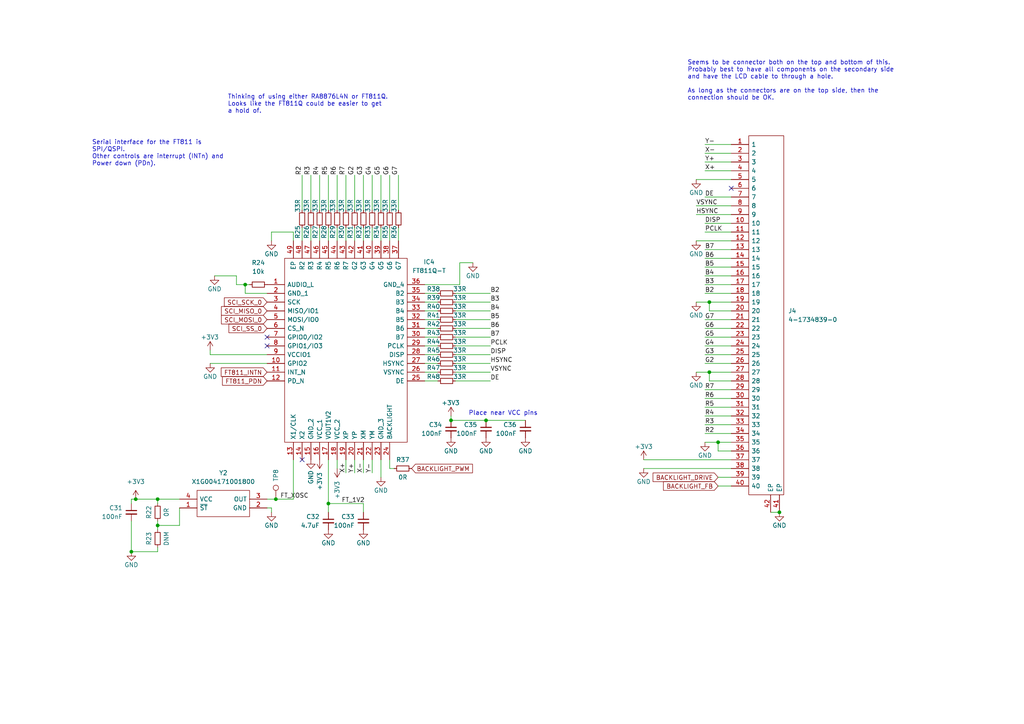
<source format=kicad_sch>
(kicad_sch (version 20211123) (generator eeschema)
  (paper "A4")
  (lib_symbols
    (symbol "Connector:TestPoint" (pin_numbers hide) (pin_names (offset 0.762) hide)
      (property "Reference" "TP" (at 0 6.858 0))
      (property "Value" "TestPoint" (at 0 5.08 0))
      (symbol "TestPoint_0_1"
        (circle (center 0 3.302) (radius 0.762))
      )
      (symbol "TestPoint_1_1"
        (pin passive line (at 0 0 90) (length 2.54) (name "1") (number "1"))
      )
    )
    (symbol "Device:C_Small" (pin_numbers hide) (pin_names (offset 0.254) hide)
      (property "Reference" "C" (at 0.254 1.778 0))
      (property "Value" "C_Small" (at 0.254 -2.032 0))
      (symbol "C_Small_0_1"
        (polyline (pts (xy -1.524 -0.508) (xy 1.524 -0.508)) (stroke (width 0.3302)))
        (polyline (pts (xy -1.524 0.508) (xy 1.524 0.508)) (stroke (width 0.3048)))
      )
      (symbol "C_Small_1_1"
        (pin passive line (at 0 2.54 270) (length 2.032) (name "~") (number "1"))
        (pin passive line (at 0 -2.54 90) (length 2.032) (name "~") (number "2"))
      )
    )
    (symbol "Device:R_Small" (pin_numbers hide) (pin_names (offset 0.254) hide)
      (property "Reference" "R" (at 0.762 0.508 0))
      (property "Value" "R_Small" (at 0.762 -1.016 0))
      (symbol "R_Small_0_1"
        (rectangle (start -0.762 1.778) (end 0.762 -1.778) (stroke (width 0.2032)))
      )
      (symbol "R_Small_1_1"
        (pin passive line (at 0 2.54 270) (length 0.762) (name "~") (number "1"))
        (pin passive line (at 0 -2.54 90) (length 0.762) (name "~") (number "2"))
      )
    )
    (symbol "SamacSys_Parts:4-1734839-0" (pin_names (offset 0.762))
      (property "Reference" "J3" (at -16.51 -48.2599 0))
      (property "Value" "4-1734839-0" (at -16.51 -50.7999 0))
      (symbol "4-1734839-0_0_0"
        (pin passive line (at 0 0 180) (length 5.08) (name "1") (number "1"))
        (pin passive line (at 0 -22.86 180) (length 5.08) (name "10") (number "10"))
        (pin passive line (at 0 -25.4 180) (length 5.08) (name "11") (number "11"))
        (pin passive line (at 0 -27.94 180) (length 5.08) (name "12") (number "12"))
        (pin passive line (at 0 -30.48 180) (length 5.08) (name "13") (number "13"))
        (pin passive line (at 0 -33.02 180) (length 5.08) (name "14") (number "14"))
        (pin passive line (at 0 -35.56 180) (length 5.08) (name "15") (number "15"))
        (pin passive line (at 0 -38.1 180) (length 5.08) (name "16") (number "16"))
        (pin passive line (at 0 -40.64 180) (length 5.08) (name "17") (number "17"))
        (pin passive line (at 0 -43.18 180) (length 5.08) (name "18") (number "18"))
        (pin passive line (at 0 -45.72 180) (length 5.08) (name "19") (number "19"))
        (pin passive line (at 0 -2.54 180) (length 5.08) (name "2") (number "2"))
        (pin passive line (at 0 -48.26 180) (length 5.08) (name "20") (number "20"))
        (pin passive line (at 0 -50.8 180) (length 5.08) (name "21") (number "21"))
        (pin passive line (at 0 -53.34 180) (length 5.08) (name "22") (number "22"))
        (pin passive line (at 0 -55.88 180) (length 5.08) (name "23") (number "23"))
        (pin passive line (at 0 -58.42 180) (length 5.08) (name "24") (number "24"))
        (pin passive line (at 0 -60.96 180) (length 5.08) (name "25") (number "25"))
        (pin passive line (at 0 -63.5 180) (length 5.08) (name "26") (number "26"))
        (pin passive line (at 0 -66.04 180) (length 5.08) (name "27") (number "27"))
        (pin passive line (at 0 -68.58 180) (length 5.08) (name "28") (number "28"))
        (pin passive line (at 0 -71.12 180) (length 5.08) (name "29") (number "29"))
        (pin passive line (at 0 -5.08 180) (length 5.08) (name "3") (number "3"))
        (pin passive line (at 0 -73.66 180) (length 5.08) (name "30") (number "30"))
        (pin passive line (at 0 -76.2 180) (length 5.08) (name "31") (number "31"))
        (pin passive line (at 0 -78.74 180) (length 5.08) (name "32") (number "32"))
        (pin passive line (at 0 -81.28 180) (length 5.08) (name "33") (number "33"))
        (pin passive line (at 0 -83.82 180) (length 5.08) (name "34") (number "34"))
        (pin passive line (at 0 -86.36 180) (length 5.08) (name "35") (number "35"))
        (pin passive line (at 0 -88.9 180) (length 5.08) (name "36") (number "36"))
        (pin passive line (at 0 -91.44 180) (length 5.08) (name "37") (number "37"))
        (pin passive line (at 0 -93.98 180) (length 5.08) (name "38") (number "38"))
        (pin passive line (at 0 -96.52 180) (length 5.08) (name "39") (number "39"))
        (pin passive line (at 0 -7.62 180) (length 5.08) (name "4") (number "4"))
        (pin passive line (at 0 -99.06 180) (length 5.08) (name "40") (number "40"))
        (pin passive line (at -13.97 -106.68 90) (length 5.08) (name "EP") (number "41"))
        (pin passive line (at -11.43 -106.68 90) (length 5.08) (name "EP") (number "42"))
        (pin passive line (at 0 -10.16 180) (length 5.08) (name "5") (number "5"))
        (pin passive line (at 0 -12.7 180) (length 5.08) (name "6") (number "6"))
        (pin passive line (at 0 -15.24 180) (length 5.08) (name "7") (number "7"))
        (pin passive line (at 0 -17.78 180) (length 5.08) (name "8") (number "8"))
        (pin passive line (at 0 -20.32 180) (length 5.08) (name "9") (number "9"))
      )
      (symbol "4-1734839-0_0_1"
        (polyline (pts (xy -15.24 2.54) (xy -5.08 2.54) (xy -5.08 -101.6) (xy -15.24 -101.6) (xy -15.24 2.54)) (stroke (width 0.1524)))
      )
    )
    (symbol "SamacSys_Parts:FT810Q-T" (pin_names (offset 0.762))
      (property "Reference" "IC" (at 41.91 12.7 0))
      (property "Value" "FT810Q-T" (at 41.91 10.16 0))
      (symbol "FT810Q-T_0_0"
        (pin passive line (at 0 0 0) (length 5.08) (name "AUDIO_L") (number "1"))
        (pin passive line (at 0 -22.86 0) (length 5.08) (name "GPIO2") (number "10"))
        (pin passive line (at 0 -25.4 0) (length 5.08) (name "INT_N") (number "11"))
        (pin passive line (at 0 -27.94 0) (length 5.08) (name "PD_N") (number "12"))
        (pin passive line (at 7.62 -50.8 90) (length 5.08) (name "X1/CLK") (number "13"))
        (pin passive line (at 10.16 -50.8 90) (length 5.08) (name "X2") (number "14"))
        (pin passive line (at 12.7 -50.8 90) (length 5.08) (name "GND_2") (number "15"))
        (pin passive line (at 15.24 -50.8 90) (length 5.08) (name "VCC_1") (number "16"))
        (pin passive line (at 17.78 -50.8 90) (length 5.08) (name "VOUT1V2") (number "17"))
        (pin passive line (at 20.32 -50.8 90) (length 5.08) (name "VCC_2") (number "18"))
        (pin passive line (at 22.86 -50.8 90) (length 5.08) (name "XP") (number "19"))
        (pin passive line (at 0 -2.54 0) (length 5.08) (name "GND_1") (number "2"))
        (pin passive line (at 25.4 -50.8 90) (length 5.08) (name "YP") (number "20"))
        (pin passive line (at 27.94 -50.8 90) (length 5.08) (name "XM") (number "21"))
        (pin passive line (at 30.48 -50.8 90) (length 5.08) (name "YM") (number "22"))
        (pin passive line (at 33.02 -50.8 90) (length 5.08) (name "GND_3") (number "23"))
        (pin passive line (at 35.56 -50.8 90) (length 5.08) (name "BACKLIGHT") (number "24"))
        (pin passive line (at 45.72 -27.94 180) (length 5.08) (name "DE") (number "25"))
        (pin passive line (at 45.72 -25.4 180) (length 5.08) (name "VSYNC") (number "26"))
        (pin passive line (at 45.72 -22.86 180) (length 5.08) (name "HSYNC") (number "27"))
        (pin passive line (at 45.72 -20.32 180) (length 5.08) (name "DISP") (number "28"))
        (pin passive line (at 45.72 -17.78 180) (length 5.08) (name "PCLK") (number "29"))
        (pin passive line (at 0 -5.08 0) (length 5.08) (name "SCK") (number "3"))
        (pin passive line (at 45.72 -15.24 180) (length 5.08) (name "B7") (number "30"))
        (pin passive line (at 45.72 -12.7 180) (length 5.08) (name "B6") (number "31"))
        (pin passive line (at 45.72 -10.16 180) (length 5.08) (name "B5") (number "32"))
        (pin passive line (at 45.72 -7.62 180) (length 5.08) (name "B4") (number "33"))
        (pin passive line (at 45.72 -5.08 180) (length 5.08) (name "B3") (number "34"))
        (pin passive line (at 45.72 -2.54 180) (length 5.08) (name "B2") (number "35"))
        (pin passive line (at 45.72 0 180) (length 5.08) (name "GND_4") (number "36"))
        (pin passive line (at 38.1 12.7 270) (length 5.08) (name "G7") (number "37"))
        (pin passive line (at 35.56 12.7 270) (length 5.08) (name "G6") (number "38"))
        (pin passive line (at 33.02 12.7 270) (length 5.08) (name "G5") (number "39"))
        (pin passive line (at 0 -7.62 0) (length 5.08) (name "MISO/IO1") (number "4"))
        (pin passive line (at 30.48 12.7 270) (length 5.08) (name "G4") (number "40"))
        (pin passive line (at 27.94 12.7 270) (length 5.08) (name "G3") (number "41"))
        (pin passive line (at 25.4 12.7 270) (length 5.08) (name "G2") (number "42"))
        (pin passive line (at 22.86 12.7 270) (length 5.08) (name "R7") (number "43"))
        (pin passive line (at 20.32 12.7 270) (length 5.08) (name "R6") (number "44"))
        (pin passive line (at 17.78 12.7 270) (length 5.08) (name "R5") (number "45"))
        (pin passive line (at 15.24 12.7 270) (length 5.08) (name "R4") (number "46"))
        (pin passive line (at 12.7 12.7 270) (length 5.08) (name "R3") (number "47"))
        (pin passive line (at 10.16 12.7 270) (length 5.08) (name "R2") (number "48"))
        (pin passive line (at 7.62 12.7 270) (length 5.08) (name "EP") (number "49"))
        (pin passive line (at 0 -10.16 0) (length 5.08) (name "MOSI/IO0") (number "5"))
        (pin passive line (at 0 -12.7 0) (length 5.08) (name "CS_N") (number "6"))
        (pin passive line (at 0 -15.24 0) (length 5.08) (name "GPIO0/IO2") (number "7"))
        (pin passive line (at 0 -17.78 0) (length 5.08) (name "GPIO1/IO3") (number "8"))
        (pin passive line (at 0 -20.32 0) (length 5.08) (name "VCCIO1") (number "9"))
      )
      (symbol "FT810Q-T_0_1"
        (polyline (pts (xy 5.08 7.62) (xy 40.64 7.62) (xy 40.64 -45.72) (xy 5.08 -45.72) (xy 5.08 7.62)) (stroke (width 0.1524)))
      )
    )
    (symbol "SamacSys_Parts:X1G004171001800" (pin_names (offset 0.762))
      (property "Reference" "Y" (at 21.59 7.62 0))
      (property "Value" "X1G004171001800" (at 21.59 5.08 0))
      (symbol "X1G004171001800_0_0"
        (pin passive line (at 0 -2.54 0) (length 5.08) (name "~{ST}") (number "1"))
        (pin passive line (at 25.4 -2.54 180) (length 5.08) (name "GND") (number "2"))
        (pin passive line (at 25.4 0 180) (length 5.08) (name "OUT") (number "3"))
        (pin passive line (at 0 0 0) (length 5.08) (name "VCC") (number "4"))
      )
      (symbol "X1G004171001800_0_1"
        (polyline (pts (xy 5.08 2.54) (xy 20.32 2.54) (xy 20.32 -5.08) (xy 5.08 -5.08) (xy 5.08 2.54)) (stroke (width 0.1524)))
      )
    )
    (symbol "power:+3V3" (power) (pin_names (offset 0))
      (property "Value" "+3V3" (at 0 3.556 0))
      (symbol "+3V3_0_1"
        (polyline (pts (xy -0.762 1.27) (xy 0 2.54)))
        (polyline (pts (xy 0 0) (xy 0 2.54)))
        (polyline (pts (xy 0 2.54) (xy 0.762 1.27)))
      )
      (symbol "+3V3_1_1"
        (pin power_in line (at 0 0 90) (length 0) hide (name "+3V3") (number "1"))
      )
    )
    (symbol "power:GND" (power) (pin_names (offset 0))
      (property "Value" "GND" (at 0 -3.81 0))
      (symbol "GND_0_1"
        (polyline (pts (xy 0 0) (xy 0 -1.27) (xy 1.27 -1.27) (xy 0 -2.54) (xy -1.27 -1.27) (xy 0 -1.27)))
      )
      (symbol "GND_1_1"
        (pin power_in line (at 0 0 270) (length 0) hide (name "GND") (number "1"))
      )
    )
  )
  (junction (at 71.12 82.55))
  (junction (at 205.74 107.95))
  (junction (at 226.06 148.59))
  (junction (at 208.28 128.27))
  (junction (at 80.01 144.78))
  (junction (at 205.74 87.63))
  (junction (at 38.1 160.02))
  (junction (at 39.37 144.78))
  (junction (at 45.72 152.4))
  (junction (at 140.97 121.92))
  (junction (at 45.72 144.78))
  (junction (at 95.25 146.05))
  (junction (at 130.81 121.92))
  (no_connect (at 77.47 97.79))
  (no_connect (at 77.47 100.33))
  (no_connect (at 212.09 54.61))
  (no_connect (at 87.63 133.35))
  (wire (pts (xy 204.47 120.65) (xy 212.09 120.65)))
  (wire (pts (xy 114.3 135.89) (xy 113.03 135.89)))
  (wire (pts (xy 132.08 105.41) (xy 142.24 105.41)))
  (wire (pts (xy 204.47 95.25) (xy 212.09 95.25)))
  (wire (pts (xy 45.72 144.78) (xy 39.37 144.78)))
  (wire (pts (xy 102.87 60.96) (xy 102.87 50.8)))
  (wire (pts (xy 130.81 121.92) (xy 140.97 121.92)))
  (wire (pts (xy 204.47 85.09) (xy 212.09 85.09)))
  (wire (pts (xy 130.81 120.65) (xy 130.81 121.92)))
  (wire (pts (xy 132.08 110.49) (xy 142.24 110.49)))
  (wire (pts (xy 110.49 60.96) (xy 110.49 50.8)))
  (wire (pts (xy 113.03 60.96) (xy 113.03 50.8)))
  (wire (pts (xy 39.37 144.78) (xy 38.1 144.78)))
  (wire (pts (xy 132.08 90.17) (xy 142.24 90.17)))
  (wire (pts (xy 133.35 82.55) (xy 123.19 82.55)))
  (wire (pts (xy 123.19 102.87) (xy 127 102.87)))
  (wire (pts (xy 102.87 133.35) (xy 102.87 137.16)))
  (wire (pts (xy 201.93 62.23) (xy 212.09 62.23)))
  (wire (pts (xy 105.41 146.05) (xy 95.25 146.05)))
  (wire (pts (xy 97.79 60.96) (xy 97.79 50.8)))
  (wire (pts (xy 204.47 97.79) (xy 212.09 97.79)))
  (wire (pts (xy 95.25 60.96) (xy 95.25 50.8)))
  (wire (pts (xy 208.28 140.97) (xy 212.09 140.97)))
  (wire (pts (xy 123.19 92.71) (xy 127 92.71)))
  (wire (pts (xy 45.72 152.4) (xy 45.72 153.67)))
  (wire (pts (xy 208.28 130.81) (xy 208.28 128.27)))
  (wire (pts (xy 204.47 72.39) (xy 212.09 72.39)))
  (wire (pts (xy 133.35 76.2) (xy 133.35 82.55)))
  (wire (pts (xy 205.74 107.95) (xy 212.09 107.95)))
  (wire (pts (xy 204.47 123.19) (xy 212.09 123.19)))
  (wire (pts (xy 132.08 87.63) (xy 142.24 87.63)))
  (wire (pts (xy 60.96 105.41) (xy 77.47 105.41)))
  (wire (pts (xy 205.74 87.63) (xy 212.09 87.63)))
  (wire (pts (xy 105.41 148.59) (xy 105.41 146.05)))
  (wire (pts (xy 123.19 105.41) (xy 127 105.41)))
  (wire (pts (xy 45.72 151.13) (xy 45.72 152.4)))
  (wire (pts (xy 100.33 133.35) (xy 100.33 137.16)))
  (wire (pts (xy 186.69 135.89) (xy 212.09 135.89)))
  (wire (pts (xy 38.1 144.78) (xy 38.1 146.05)))
  (wire (pts (xy 60.96 102.87) (xy 60.96 101.6)))
  (wire (pts (xy 212.09 110.49) (xy 205.74 110.49)))
  (wire (pts (xy 132.08 100.33) (xy 142.24 100.33)))
  (wire (pts (xy 223.52 148.59) (xy 226.06 148.59)))
  (wire (pts (xy 123.19 87.63) (xy 127 87.63)))
  (wire (pts (xy 115.57 60.96) (xy 115.57 50.8)))
  (wire (pts (xy 90.17 69.85) (xy 90.17 66.04)))
  (wire (pts (xy 85.09 144.78) (xy 85.09 133.35)))
  (wire (pts (xy 105.41 69.85) (xy 105.41 66.04)))
  (wire (pts (xy 78.74 67.31) (xy 85.09 67.31)))
  (wire (pts (xy 132.08 102.87) (xy 142.24 102.87)))
  (wire (pts (xy 204.47 125.73) (xy 212.09 125.73)))
  (wire (pts (xy 115.57 69.85) (xy 115.57 66.04)))
  (wire (pts (xy 105.41 60.96) (xy 105.41 50.8)))
  (wire (pts (xy 204.47 64.77) (xy 212.09 64.77)))
  (wire (pts (xy 137.16 76.2) (xy 133.35 76.2)))
  (wire (pts (xy 77.47 144.78) (xy 80.01 144.78)))
  (wire (pts (xy 107.95 133.35) (xy 107.95 137.16)))
  (wire (pts (xy 92.71 69.85) (xy 92.71 66.04)))
  (wire (pts (xy 201.93 87.63) (xy 205.74 87.63)))
  (wire (pts (xy 95.25 133.35) (xy 95.25 146.05)))
  (wire (pts (xy 71.12 82.55) (xy 72.39 82.55)))
  (wire (pts (xy 204.47 82.55) (xy 212.09 82.55)))
  (wire (pts (xy 68.58 80.01) (xy 68.58 82.55)))
  (wire (pts (xy 100.33 69.85) (xy 100.33 66.04)))
  (wire (pts (xy 113.03 69.85) (xy 113.03 66.04)))
  (wire (pts (xy 204.47 57.15) (xy 212.09 57.15)))
  (wire (pts (xy 140.97 121.92) (xy 152.4 121.92)))
  (wire (pts (xy 132.08 95.25) (xy 142.24 95.25)))
  (wire (pts (xy 201.93 107.95) (xy 205.74 107.95)))
  (wire (pts (xy 38.1 151.13) (xy 38.1 160.02)))
  (wire (pts (xy 204.47 105.41) (xy 212.09 105.41)))
  (wire (pts (xy 132.08 97.79) (xy 142.24 97.79)))
  (wire (pts (xy 110.49 69.85) (xy 110.49 66.04)))
  (wire (pts (xy 123.19 97.79) (xy 127 97.79)))
  (wire (pts (xy 123.19 110.49) (xy 127 110.49)))
  (wire (pts (xy 71.12 82.55) (xy 71.12 85.09)))
  (wire (pts (xy 78.74 148.59) (xy 78.74 147.32)))
  (wire (pts (xy 97.79 133.35) (xy 97.79 135.89)))
  (wire (pts (xy 204.47 115.57) (xy 212.09 115.57)))
  (wire (pts (xy 204.47 113.03) (xy 212.09 113.03)))
  (wire (pts (xy 95.25 146.05) (xy 95.25 148.59)))
  (wire (pts (xy 85.09 67.31) (xy 85.09 69.85)))
  (wire (pts (xy 204.47 74.93) (xy 212.09 74.93)))
  (wire (pts (xy 123.19 85.09) (xy 127 85.09)))
  (wire (pts (xy 38.1 160.02) (xy 45.72 160.02)))
  (wire (pts (xy 204.47 100.33) (xy 212.09 100.33)))
  (wire (pts (xy 201.93 59.69) (xy 212.09 59.69)))
  (wire (pts (xy 205.74 90.17) (xy 205.74 87.63)))
  (wire (pts (xy 205.74 110.49) (xy 205.74 107.95)))
  (wire (pts (xy 80.01 144.78) (xy 85.09 144.78)))
  (wire (pts (xy 201.93 52.07) (xy 212.09 52.07)))
  (wire (pts (xy 90.17 60.96) (xy 90.17 50.8)))
  (wire (pts (xy 110.49 133.35) (xy 110.49 138.43)))
  (wire (pts (xy 71.12 85.09) (xy 77.47 85.09)))
  (wire (pts (xy 107.95 60.96) (xy 107.95 50.8)))
  (wire (pts (xy 123.19 90.17) (xy 127 90.17)))
  (wire (pts (xy 113.03 135.89) (xy 113.03 133.35)))
  (wire (pts (xy 208.28 138.43) (xy 212.09 138.43)))
  (wire (pts (xy 77.47 102.87) (xy 60.96 102.87)))
  (wire (pts (xy 208.28 128.27) (xy 212.09 128.27)))
  (wire (pts (xy 97.79 69.85) (xy 97.79 66.04)))
  (wire (pts (xy 107.95 69.85) (xy 107.95 66.04)))
  (wire (pts (xy 132.08 92.71) (xy 142.24 92.71)))
  (wire (pts (xy 186.69 133.35) (xy 212.09 133.35)))
  (wire (pts (xy 92.71 60.96) (xy 92.71 50.8)))
  (wire (pts (xy 105.41 133.35) (xy 105.41 137.16)))
  (wire (pts (xy 212.09 130.81) (xy 208.28 130.81)))
  (wire (pts (xy 62.23 80.01) (xy 68.58 80.01)))
  (wire (pts (xy 204.47 46.99) (xy 212.09 46.99)))
  (wire (pts (xy 204.47 41.91) (xy 212.09 41.91)))
  (wire (pts (xy 204.47 67.31) (xy 212.09 67.31)))
  (wire (pts (xy 204.47 49.53) (xy 212.09 49.53)))
  (wire (pts (xy 212.09 90.17) (xy 205.74 90.17)))
  (wire (pts (xy 201.93 69.85) (xy 212.09 69.85)))
  (wire (pts (xy 204.47 118.11) (xy 212.09 118.11)))
  (wire (pts (xy 204.47 77.47) (xy 212.09 77.47)))
  (wire (pts (xy 204.47 128.27) (xy 208.28 128.27)))
  (wire (pts (xy 45.72 146.05) (xy 45.72 144.78)))
  (wire (pts (xy 204.47 102.87) (xy 212.09 102.87)))
  (wire (pts (xy 123.19 100.33) (xy 127 100.33)))
  (wire (pts (xy 204.47 80.01) (xy 212.09 80.01)))
  (wire (pts (xy 95.25 69.85) (xy 95.25 66.04)))
  (wire (pts (xy 132.08 85.09) (xy 142.24 85.09)))
  (wire (pts (xy 45.72 160.02) (xy 45.72 158.75)))
  (wire (pts (xy 123.19 107.95) (xy 127 107.95)))
  (wire (pts (xy 45.72 152.4) (xy 52.07 152.4)))
  (wire (pts (xy 78.74 69.85) (xy 78.74 67.31)))
  (wire (pts (xy 123.19 95.25) (xy 127 95.25)))
  (wire (pts (xy 102.87 69.85) (xy 102.87 66.04)))
  (wire (pts (xy 52.07 152.4) (xy 52.07 147.32)))
  (wire (pts (xy 204.47 92.71) (xy 212.09 92.71)))
  (wire (pts (xy 87.63 60.96) (xy 87.63 50.8)))
  (wire (pts (xy 45.72 144.78) (xy 52.07 144.78)))
  (wire (pts (xy 132.08 107.95) (xy 142.24 107.95)))
  (wire (pts (xy 78.74 147.32) (xy 77.47 147.32)))
  (wire (pts (xy 100.33 60.96) (xy 100.33 50.8)))
  (wire (pts (xy 87.63 69.85) (xy 87.63 66.04)))
  (wire (pts (xy 204.47 44.45) (xy 212.09 44.45)))
  (wire (pts (xy 68.58 82.55) (xy 71.12 82.55)))
  (text "Thinking of using either RA8876L4N or FT811Q. \nLooks like the FT811Q could be easier to get \na hold of. " (at 66.04 33.02 0) (effects (font (size 1.27 1.27)) (justify left bottom)))
  (text "Place near VCC pins" (at 135.89 120.65 0) (effects (font (size 1.27 1.27)) (justify left bottom)))
  (text "Serial interface for the FT811 is\nSPI/QSPI. \nOther controls are interrupt (INTn) and \nPower down (PDn). " (at 26.67 48.26 0) (effects (font (size 1.27 1.27)) (justify left bottom)))
  (text "Seems to be connector both on the top and bottom of this. \nProbably best to have all components on the secondary side\nand have the LCD cable to through a hole. \n\nAs long as the connectors are on the top side, then the\nconnection should be OK. " (at 199.39 29.21 0) (effects (font (size 1.27 1.27)) (justify left bottom)))
  (label "G5" (at 204.47 97.79 0))
  (label "PCLK" (at 204.47 67.31 0))
  (label "R3" (at 204.47 123.19 0))
  (label "B7" (at 204.47 72.39 0))
  (label "B6" (at 142.24 95.25 0))
  (label "X-" (at 105.41 137.16 90))
  (label "R4" (at 204.47 120.65 0))
  (label "B6" (at 204.47 74.93 0))
  (label "G4" (at 204.47 100.33 0))
  (label "FT_XOSC" (at 81.28 144.78 0))
  (label "G2" (at 102.87 50.8 90))
  (label "B2" (at 204.47 85.09 0))
  (label "G3" (at 204.47 102.87 0))
  (label "G5" (at 110.49 50.8 90))
  (label "Y-" (at 204.47 41.91 0))
  (label "B5" (at 142.24 92.71 0))
  (label "Y+" (at 102.87 137.16 90))
  (label "B2" (at 142.24 85.09 0))
  (label "B3" (at 142.24 87.63 0))
  (label "PCLK" (at 142.24 100.33 0))
  (label "B5" (at 204.47 77.47 0))
  (label "R5" (at 95.25 50.8 90))
  (label "R3" (at 90.17 50.8 90))
  (label "HSYNC" (at 142.24 105.41 0))
  (label "G4" (at 107.95 50.8 90))
  (label "Y+" (at 204.47 46.99 0))
  (label "G6" (at 113.03 50.8 90))
  (label "DE" (at 204.47 57.15 0))
  (label "R6" (at 204.47 115.57 0))
  (label "G7" (at 204.47 92.71 0))
  (label "G3" (at 105.41 50.8 90))
  (label "VSYNC" (at 142.24 107.95 0))
  (label "B7" (at 142.24 97.79 0))
  (label "DISP" (at 142.24 102.87 0))
  (label "B4" (at 204.47 80.01 0))
  (label "G2" (at 204.47 105.41 0))
  (label "R7" (at 204.47 113.03 0))
  (label "Y-" (at 107.95 137.16 90))
  (label "R4" (at 92.71 50.8 90))
  (label "HSYNC" (at 201.93 62.23 0))
  (label "B3" (at 204.47 82.55 0))
  (label "X-" (at 204.47 44.45 0))
  (label "FT_1V2" (at 99.06 146.05 0))
  (label "DISP" (at 204.47 64.77 0))
  (label "X+" (at 100.33 137.16 90))
  (label "VSYNC" (at 201.93 59.69 0))
  (label "R6" (at 97.79 50.8 90))
  (label "R7" (at 100.33 50.8 90))
  (label "DE" (at 142.24 110.49 0))
  (label "R2" (at 204.47 125.73 0))
  (label "B4" (at 142.24 90.17 0))
  (label "R2" (at 87.63 50.8 90))
  (label "X+" (at 204.47 49.53 0))
  (label "G7" (at 115.57 50.8 90))
  (label "R5" (at 204.47 118.11 0))
  (label "G6" (at 204.47 95.25 0))
  (global_label "FT811_INTN" (shape input) (at 77.47 107.95 180) (property "Intersheet References" "${INTERSHEET_REFS}" (effects hide)))
  (global_label "FT811_PDN" (shape input) (at 77.47 110.49 180) (property "Intersheet References" "${INTERSHEET_REFS}" (effects hide)))
  (global_label "SCI_SCK_0" (shape input) (at 77.47 87.63 180) (property "Intersheet References" "${INTERSHEET_REFS}" (effects hide)))
  (global_label "BACKLIGHT_DRIVE" (shape input) (at 208.28 138.43 180) (property "Intersheet References" "${INTERSHEET_REFS}" (effects hide)))
  (global_label "SCI_SS_0" (shape input) (at 77.47 95.25 180) (property "Intersheet References" "${INTERSHEET_REFS}" (effects hide)))
  (global_label "BACKLIGHT_PWM" (shape input) (at 119.38 135.89 0) (property "Intersheet References" "${INTERSHEET_REFS}" (effects hide)))
  (global_label "SCI_MOSI_0" (shape input) (at 77.47 92.71 180) (property "Intersheet References" "${INTERSHEET_REFS}" (effects hide)))
  (global_label "SCI_MISO_0" (shape input) (at 77.47 90.17 180) (property "Intersheet References" "${INTERSHEET_REFS}" (effects hide)))
  (global_label "BACKLIGHT_FB" (shape input) (at 208.28 140.97 180) (property "Intersheet References" "${INTERSHEET_REFS}" (effects hide)))
  (symbol (lib_id "Device:R_Small") (at 116.84 135.89 90) (mirror x) (unit 1)
    (property "Reference" "R37" (at 116.84 133.35 90))
    (property "Value" "0R" (at 116.84 138.43 90))
    (property "Footprint" "Resistor_SMD:R_0402_1005Metric" (effects hide))
    (property "LCSC" "C279984" (effects hide))
  )
  (symbol (lib_id "Device:R_Small") (at 95.25 63.5 0) (mirror y) (unit 1)
    (property "Reference" "R28" (at 93.98 67.31 90))
    (property "Value" "33R" (at 93.98 59.69 90))
    (property "Footprint" "Resistor_SMD:R_0402_1005Metric" (effects hide))
    (property "LCSC" "C25105" (effects hide))
  )
  (symbol (lib_id "Device:R_Small") (at 129.54 90.17 270) (mirror x) (unit 1)
    (property "Reference" "R40" (at 125.73 88.9 90))
    (property "Value" "33R" (at 133.35 88.9 90))
    (property "Footprint" "Resistor_SMD:R_0402_1005Metric" (effects hide))
    (property "LCSC" "C25105" (effects hide))
  )
  (symbol (lib_id "Device:R_Small") (at 92.71 63.5 0) (mirror y) (unit 1)
    (property "Reference" "R27" (at 91.44 67.31 90))
    (property "Value" "33R" (at 91.44 59.69 90))
    (property "Footprint" "Resistor_SMD:R_0402_1005Metric" (effects hide))
    (property "LCSC" "C25105" (effects hide))
  )
  (symbol (lib_id "Device:C_Small") (at 105.41 151.13 0) (mirror y) (unit 1)
    (property "Reference" "C33" (at 102.87 149.8662 0) (effects (justify left)))
    (property "Value" "100nF" (at 102.87 152.4062 0) (effects (justify left)))
    (property "Footprint" "Capacitor_SMD:C_0402_1005Metric" (effects hide))
    (property "LCSC" "C1525" (effects hide))
  )
  (symbol (lib_id "Device:R_Small") (at 45.72 148.59 0) (mirror x) (unit 1)
    (property "Reference" "R22" (at 43.18 148.59 90))
    (property "Value" "0R" (at 48.26 148.59 90))
    (property "Footprint" "Resistor_SMD:R_0402_1005Metric" (effects hide))
    (property "LCSC" "C279984" (effects hide))
  )
  (symbol (lib_id "power:GND") (at 201.93 87.63 0) (unit 1)
    (property "Reference" "#PWR084" (effects hide))
    (property "Value" "GND" (at 201.93 91.44 0))
  )
  (symbol (lib_id "Device:R_Small") (at 74.93 82.55 270) (unit 1)
    (property "Reference" "R24" (at 74.93 76.2 90))
    (property "Value" "10k" (at 74.93 78.74 90))
    (property "Footprint" "Resistor_SMD:R_0402_1005Metric" (effects hide))
    (property "LCSC" "C25086" (effects hide))
  )
  (symbol (lib_id "power:GND") (at 201.93 107.95 0) (unit 1)
    (property "Reference" "#PWR085" (effects hide))
    (property "Value" "GND" (at 201.93 111.76 0))
  )
  (symbol (lib_id "Device:R_Small") (at 45.72 156.21 0) (mirror x) (unit 1)
    (property "Reference" "R23" (at 43.18 156.21 90))
    (property "Value" "DNM" (at 48.26 156.21 90))
    (property "Footprint" "Resistor_SMD:R_0402_1005Metric" (effects hide))
    (property "LCSC" "DNM" (effects hide))
  )
  (symbol (lib_id "power:+3V3") (at 60.96 101.6 0) (unit 1)
    (property "Reference" "#PWR064" (effects hide))
    (property "Value" "+3V3" (at 63.5 97.79 0) (effects (justify right)))
  )
  (symbol (lib_id "power:+3V3") (at 186.69 133.35 0) (unit 1)
    (property "Reference" "#PWR080" (effects hide))
    (property "Value" "+3V3" (at 186.69 129.54 0))
  )
  (symbol (lib_id "Connector:TestPoint") (at 80.01 144.78 0) (unit 1)
    (property "Reference" "TP8" (at 80.01 139.7 90) (effects (justify left)))
    (property "Value" "TestPoint" (effects hide))
    (property "Footprint" "TestPoint:TestPoint_Pad_D1.5mm" (effects hide))
  )
  (symbol (lib_id "Device:R_Small") (at 105.41 63.5 0) (mirror y) (unit 1)
    (property "Reference" "R32" (at 104.14 67.31 90))
    (property "Value" "33R" (at 104.14 59.69 90))
    (property "Footprint" "Resistor_SMD:R_0402_1005Metric" (effects hide))
    (property "LCSC" "C25105" (effects hide))
  )
  (symbol (lib_id "power:GND") (at 90.17 133.35 0) (mirror y) (unit 1)
    (property "Reference" "#PWR069" (effects hide))
    (property "Value" "GND" (at 90.17 138.43 90))
  )
  (symbol (lib_id "power:GND") (at 201.93 69.85 0) (unit 1)
    (property "Reference" "#PWR083" (effects hide))
    (property "Value" "GND" (at 201.93 73.66 0))
  )
  (symbol (lib_id "power:+3V3") (at 97.79 135.89 180) (unit 1)
    (property "Reference" "#PWR072" (effects hide))
    (property "Value" "+3V3" (at 97.79 144.78 90) (effects (justify right)))
  )
  (symbol (lib_id "Device:R_Small") (at 87.63 63.5 0) (mirror y) (unit 1)
    (property "Reference" "R25" (at 86.36 67.31 90))
    (property "Value" "33R" (at 86.36 59.69 90))
    (property "Footprint" "Resistor_SMD:R_0402_1005Metric" (effects hide))
    (property "LCSC" "C25105" (effects hide))
  )
  (symbol (lib_id "Device:R_Small") (at 129.54 107.95 270) (mirror x) (unit 1)
    (property "Reference" "R47" (at 125.73 106.68 90))
    (property "Value" "33R" (at 133.35 106.68 90))
    (property "Footprint" "Resistor_SMD:R_0402_1005Metric" (effects hide))
    (property "LCSC" "C25105" (effects hide))
  )
  (symbol (lib_id "power:GND") (at 105.41 153.67 0) (mirror y) (unit 1)
    (property "Reference" "#PWR073" (effects hide))
    (property "Value" "GND" (at 105.41 157.48 0))
  )
  (symbol (lib_id "Device:R_Small") (at 129.54 92.71 270) (mirror x) (unit 1)
    (property "Reference" "R41" (at 125.73 91.44 90))
    (property "Value" "33R" (at 133.35 91.44 90))
    (property "Footprint" "Resistor_SMD:R_0402_1005Metric" (effects hide))
    (property "LCSC" "C25105" (effects hide))
  )
  (symbol (lib_id "SamacSys_Parts:FT810Q-T") (at 77.47 82.55 0) (unit 1)
    (property "Reference" "IC4" (at 124.46 75.9712 0))
    (property "Value" "FT811Q-T" (at 124.46 78.5112 0))
    (property "Footprint" "SamacSys_Parts:QFN50P700X700X90-49N-D" (effects hide))
    (property "Datasheet" "https://componentsearchengine.com/Datasheets/2/FT810Q-T.pdf" (effects hide))
    (property "Description" "FT811Q-T, LCD Controller 8 bit Mono Audio Format, SVGA Support SPI 1.8  3.3 V, 48-Pin VQFN" (effects hide))
    (property "Height" "0.9" (effects hide))
    (property "Mouser Part Number" "895-FT811Q-T" (effects hide))
    (property "Mouser Price/Stock" "https://www.mouser.co.uk/ProductDetail/Bridgetek/FT810Q-T?qs=OplyyfyNBA63lpJ6fOejKA%3D%3D" (effects hide))
    (property "Manufacturer_Name" "BRIDGETEK" (effects hide))
    (property "Manufacturer_Part_Number" "FT811Q-T" (effects hide))
    (property "LCSC" "C3823896" (effects hide))
  )
  (symbol (lib_id "power:+3V3") (at 130.81 120.65 0) (unit 1)
    (property "Reference" "#PWR075" (effects hide))
    (property "Value" "+3V3" (at 133.35 116.84 0) (effects (justify right)))
  )
  (symbol (lib_id "Device:R_Small") (at 129.54 102.87 270) (mirror x) (unit 1)
    (property "Reference" "R45" (at 125.73 101.6 90))
    (property "Value" "33R" (at 133.35 101.6 90))
    (property "Footprint" "Resistor_SMD:R_0402_1005Metric" (effects hide))
    (property "LCSC" "C25105" (effects hide))
  )
  (symbol (lib_id "power:GND") (at 78.74 148.59 0) (mirror y) (unit 1)
    (property "Reference" "#PWR068" (effects hide))
    (property "Value" "GND" (at 78.74 152.4 0))
  )
  (symbol (lib_id "power:GND") (at 110.49 138.43 0) (mirror y) (unit 1)
    (property "Reference" "#PWR074" (effects hide))
    (property "Value" "GND" (at 110.49 142.24 0))
  )
  (symbol (lib_id "power:GND") (at 130.81 127 0) (mirror y) (unit 1)
    (property "Reference" "#PWR076" (effects hide))
    (property "Value" "GND" (at 130.81 130.81 0))
  )
  (symbol (lib_id "Device:C_Small") (at 140.97 124.46 0) (mirror y) (unit 1)
    (property "Reference" "C35" (at 138.43 123.1962 0) (effects (justify left)))
    (property "Value" "100nF" (at 138.43 125.7362 0) (effects (justify left)))
    (property "Footprint" "Capacitor_SMD:C_0402_1005Metric" (effects hide))
    (property "LCSC" "C1525" (effects hide))
  )
  (symbol (lib_id "power:GND") (at 152.4 127 0) (mirror y) (unit 1)
    (property "Reference" "#PWR079" (effects hide))
    (property "Value" "GND" (at 152.4 130.81 0))
  )
  (symbol (lib_id "Device:R_Small") (at 102.87 63.5 0) (mirror y) (unit 1)
    (property "Reference" "R31" (at 101.6 67.31 90))
    (property "Value" "33R" (at 101.6 59.69 90))
    (property "Footprint" "Resistor_SMD:R_0402_1005Metric" (effects hide))
    (property "LCSC" "C25105" (effects hide))
  )
  (symbol (lib_id "Device:R_Small") (at 113.03 63.5 0) (mirror y) (unit 1)
    (property "Reference" "R35" (at 111.76 67.31 90))
    (property "Value" "33R" (at 111.76 59.69 90))
    (property "Footprint" "Resistor_SMD:R_0402_1005Metric" (effects hide))
    (property "LCSC" "C25105" (effects hide))
  )
  (symbol (lib_id "Device:R_Small") (at 110.49 63.5 0) (mirror y) (unit 1)
    (property "Reference" "R34" (at 109.22 67.31 90))
    (property "Value" "33R" (at 109.22 59.69 90))
    (property "Footprint" "Resistor_SMD:R_0402_1005Metric" (effects hide))
    (property "LCSC" "C25105" (effects hide))
  )
  (symbol (lib_id "Device:R_Small") (at 129.54 97.79 270) (mirror x) (unit 1)
    (property "Reference" "R43" (at 125.73 96.52 90))
    (property "Value" "33R" (at 133.35 96.52 90))
    (property "Footprint" "Resistor_SMD:R_0402_1005Metric" (effects hide))
    (property "LCSC" "C25105" (effects hide))
  )
  (symbol (lib_id "power:+3V3") (at 92.71 133.35 180) (unit 1)
    (property "Reference" "#PWR070" (effects hide))
    (property "Value" "+3V3" (at 92.71 142.24 90) (effects (justify right)))
  )
  (symbol (lib_id "Device:R_Small") (at 129.54 100.33 270) (mirror x) (unit 1)
    (property "Reference" "R44" (at 125.73 99.06 90))
    (property "Value" "33R" (at 133.35 99.06 90))
    (property "Footprint" "Resistor_SMD:R_0402_1005Metric" (effects hide))
    (property "LCSC" "C25105" (effects hide))
  )
  (symbol (lib_id "Device:R_Small") (at 129.54 110.49 270) (mirror x) (unit 1)
    (property "Reference" "R48" (at 125.73 109.22 90))
    (property "Value" "33R" (at 133.35 109.22 90))
    (property "Footprint" "Resistor_SMD:R_0402_1005Metric" (effects hide))
    (property "LCSC" "C25105" (effects hide))
  )
  (symbol (lib_id "Device:C_Small") (at 152.4 124.46 0) (mirror y) (unit 1)
    (property "Reference" "C36" (at 149.86 123.1962 0) (effects (justify left)))
    (property "Value" "100nF" (at 149.86 125.7362 0) (effects (justify left)))
    (property "Footprint" "Capacitor_SMD:C_0402_1005Metric" (effects hide))
    (property "LCSC" "C1525" (effects hide))
  )
  (symbol (lib_id "Device:R_Small") (at 115.57 63.5 0) (mirror y) (unit 1)
    (property "Reference" "R36" (at 114.3 67.31 90))
    (property "Value" "33R" (at 114.3 59.69 90))
    (property "Footprint" "Resistor_SMD:R_0402_1005Metric" (effects hide))
    (property "LCSC" "C25105" (effects hide))
  )
  (symbol (lib_id "power:+3V3") (at 39.37 144.78 0) (unit 1)
    (property "Reference" "#PWR063" (effects hide))
    (property "Value" "+3V3" (at 39.37 139.7 0))
  )
  (symbol (lib_id "power:GND") (at 95.25 153.67 0) (mirror y) (unit 1)
    (property "Reference" "#PWR071" (effects hide))
    (property "Value" "GND" (at 95.25 157.48 0))
  )
  (symbol (lib_id "power:GND") (at 60.96 105.41 0) (mirror y) (unit 1)
    (property "Reference" "#PWR065" (effects hide))
    (property "Value" "GND" (at 60.96 109.22 0))
  )
  (symbol (lib_id "Device:R_Small") (at 90.17 63.5 0) (mirror y) (unit 1)
    (property "Reference" "R26" (at 88.9 67.31 90))
    (property "Value" "33R" (at 88.9 59.69 90))
    (property "Footprint" "Resistor_SMD:R_0402_1005Metric" (effects hide))
    (property "LCSC" "C25105" (effects hide))
  )
  (symbol (lib_id "Device:R_Small") (at 129.54 85.09 270) (mirror x) (unit 1)
    (property "Reference" "R38" (at 125.73 83.82 90))
    (property "Value" "33R" (at 133.35 83.82 90))
    (property "Footprint" "Resistor_SMD:R_0402_1005Metric" (effects hide))
    (property "LCSC" "C25105" (effects hide))
  )
  (symbol (lib_id "power:GND") (at 186.69 135.89 0) (unit 1)
    (property "Reference" "#PWR081" (effects hide))
    (property "Value" "GND" (at 186.69 139.7 0))
  )
  (symbol (lib_id "Device:R_Small") (at 129.54 105.41 270) (mirror x) (unit 1)
    (property "Reference" "R46" (at 125.73 104.14 90))
    (property "Value" "33R" (at 133.35 104.14 90))
    (property "Footprint" "Resistor_SMD:R_0402_1005Metric" (effects hide))
    (property "LCSC" "C25105" (effects hide))
  )
  (symbol (lib_id "Device:R_Small") (at 97.79 63.5 0) (mirror y) (unit 1)
    (property "Reference" "R29" (at 96.52 67.31 90))
    (property "Value" "33R" (at 96.52 59.69 90))
    (property "Footprint" "Resistor_SMD:R_0402_1005Metric" (effects hide))
    (property "LCSC" "C25105" (effects hide))
  )
  (symbol (lib_id "power:GND") (at 204.47 128.27 0) (unit 1)
    (property "Reference" "#PWR086" (effects hide))
    (property "Value" "GND" (at 204.47 132.08 0))
  )
  (symbol (lib_id "Device:C_Small") (at 38.1 148.59 0) (mirror y) (unit 1)
    (property "Reference" "C31" (at 35.56 147.3262 0) (effects (justify left)))
    (property "Value" "100nF" (at 35.56 149.8662 0) (effects (justify left)))
    (property "Footprint" "Capacitor_SMD:C_0402_1005Metric" (effects hide))
    (property "LCSC" "C1525" (effects hide))
  )
  (symbol (lib_id "power:GND") (at 201.93 52.07 0) (unit 1)
    (property "Reference" "#PWR082" (effects hide))
    (property "Value" "GND" (at 201.93 55.88 0))
  )
  (symbol (lib_id "Device:R_Small") (at 100.33 63.5 0) (mirror y) (unit 1)
    (property "Reference" "R30" (at 99.06 67.31 90))
    (property "Value" "33R" (at 99.06 59.69 90))
    (property "Footprint" "Resistor_SMD:R_0402_1005Metric" (effects hide))
    (property "LCSC" "C25105" (effects hide))
  )
  (symbol (lib_id "power:GND") (at 62.23 80.01 0) (mirror y) (unit 1)
    (property "Reference" "#PWR066" (effects hide))
    (property "Value" "GND" (at 62.23 83.82 0))
  )
  (symbol (lib_id "power:GND") (at 226.06 148.59 0) (unit 1)
    (property "Reference" "#PWR087" (effects hide))
    (property "Value" "GND" (at 226.06 152.4 0))
  )
  (symbol (lib_id "SamacSys_Parts:4-1734839-0") (at 212.09 41.91 0) (mirror y) (unit 1)
    (property "Reference" "J4" (at 228.6 90.1699 0) (effects (justify right)))
    (property "Value" "4-1734839-0" (at 228.6 92.7099 0) (effects (justify right)))
    (property "Footprint" "SamacSys_Parts:4-1734839-0" (effects hide))
    (property "Datasheet" "http://www.te.com/commerce/DocumentDelivery/DDEController?Action=showdoc&DocId=Customer+Drawing%7F1734839%7FC%7Fpdf%7FEnglish%7FENG_CD_1734839_C_C_1734839.pdf%7F4-1734839-0" (effects hide))
    (property "Description" "TE CONNECTIVITY / AMP - 4-1734839-0 - CONNECTOR, FFC / FPC, 0.5MM, 40WAY" (effects hide))
    (property "Mouser Part Number" "571-4-1734839-0" (effects hide))
    (property "Mouser Price/Stock" "https://www.mouser.co.uk/ProductDetail/TE-Connectivity/4-1734839-0?qs=klMB9zE6HsCoU1yptYDtcg%3D%3D" (effects hide))
    (property "Manufacturer_Name" "TE Connectivity" (effects hide))
    (property "Manufacturer_Part_Number" "4-1734839-0" (effects hide))
    (property "LCSC" "C590939" (effects hide))
  )
  (symbol (lib_id "Device:R_Small") (at 129.54 87.63 270) (mirror x) (unit 1)
    (property "Reference" "R39" (at 125.73 86.36 90))
    (property "Value" "33R" (at 133.35 86.36 90))
    (property "Footprint" "Resistor_SMD:R_0402_1005Metric" (effects hide))
    (property "LCSC" "C25105" (effects hide))
  )
  (symbol (lib_id "power:GND") (at 137.16 76.2 0) (mirror y) (unit 1)
    (property "Reference" "#PWR077" (effects hide))
    (property "Value" "GND" (at 137.16 80.01 0))
  )
  (symbol (lib_id "power:GND") (at 78.74 69.85 0) (mirror y) (unit 1)
    (property "Reference" "#PWR067" (effects hide))
    (property "Value" "GND" (at 78.74 73.66 0))
  )
  (symbol (lib_id "Device:C_Small") (at 95.25 151.13 0) (mirror y) (unit 1)
    (property "Reference" "C32" (at 92.71 149.8662 0) (effects (justify left)))
    (property "Value" "4.7uF" (at 92.71 152.4062 0) (effects (justify left)))
    (property "Footprint" "Capacitor_SMD:C_0603_1608Metric" (effects hide))
    (property "LCSC" "C19666" (effects hide))
  )
  (symbol (lib_id "Device:R_Small") (at 129.54 95.25 270) (mirror x) (unit 1)
    (property "Reference" "R42" (at 125.73 93.98 90))
    (property "Value" "33R" (at 133.35 93.98 90))
    (property "Footprint" "Resistor_SMD:R_0402_1005Metric" (effects hide))
    (property "LCSC" "C25105" (effects hide))
  )
  (symbol (lib_id "Device:C_Small") (at 130.81 124.46 0) (mirror y) (unit 1)
    (property "Reference" "C34" (at 128.27 123.1962 0) (effects (justify left)))
    (property "Value" "100nF" (at 128.27 125.7362 0) (effects (justify left)))
    (property "Footprint" "Capacitor_SMD:C_0402_1005Metric" (effects hide))
    (property "LCSC" "C1525" (effects hide))
  )
  (symbol (lib_id "power:GND") (at 38.1 160.02 0) (mirror y) (unit 1)
    (property "Reference" "#PWR062" (effects hide))
    (property "Value" "GND" (at 38.1 163.83 0))
  )
  (symbol (lib_id "SamacSys_Parts:X1G004171001800") (at 52.07 144.78 0) (unit 1)
    (property "Reference" "Y2" (at 64.77 137.16 0))
    (property "Value" "X1G004171001800" (at 64.77 139.7 0))
    (property "Footprint" "SamacSys_Parts:X1G004171001800" (effects hide))
    (property "Datasheet" "https://datasheet.lcsc.com/szlcsc/Seiko-Epson-X1G004171001800_C255991.pdf" (effects hide))
    (property "Description" "Oscillator XO 12MHz +/-50ppm 15pF CMOS 55% 1.8V/2.5V/3.3V 4-Pin SMD T/R" (effects hide))
    (property "Height" "0.9" (effects hide))
    (property "Manufacturer_Name" "Seiko Epson Corporation" (effects hide))
    (property "Manufacturer_Part_Number" "X1G004171001800" (effects hide))
    (property "LCSC" "C255991" (effects hide))
  )
  (symbol (lib_id "power:GND") (at 140.97 127 0) (mirror y) (unit 1)
    (property "Reference" "#PWR078" (effects hide))
    (property "Value" "GND" (at 140.97 130.81 0))
  )
  (symbol (lib_id "Device:R_Small") (at 107.95 63.5 0) (mirror y) (unit 1)
    (property "Reference" "R33" (at 106.68 67.31 90))
    (property "Value" "33R" (at 106.68 59.69 90))
    (property "Footprint" "Resistor_SMD:R_0402_1005Metric" (effects hide))
    (property "LCSC" "C25105" (effects hide))
  )
)
</source>
